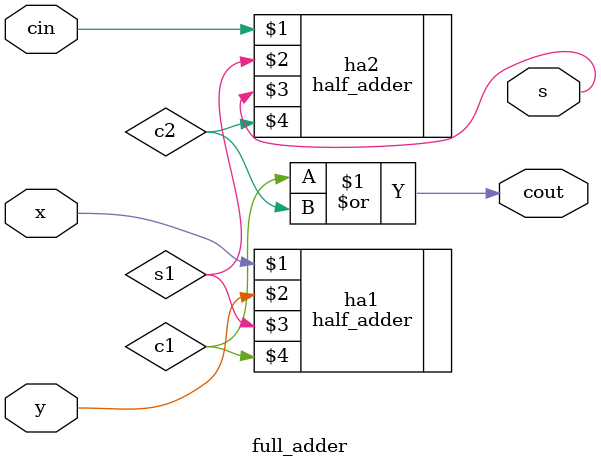
<source format=v>
`timescale 1ns / 1ps


module full_adder(
        input x,y,cin,
        output s,cout
    );
    
    wire s1,c1,c2;
    
    half_adder ha1(x,y,s1,c1);
    half_adder ha2(cin,s1,s,c2);
    or(cout,c1,c2);

endmodule

</source>
